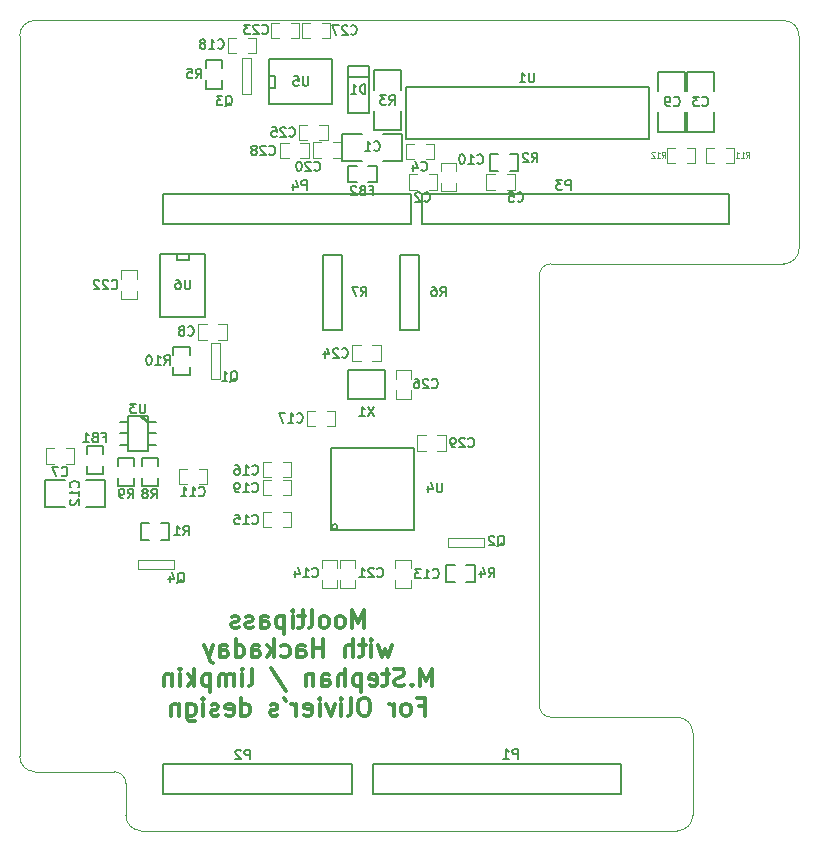
<source format=gbo>
G04 (created by PCBNEW (2013-05-31 BZR 4019)-stable) date 23/02/2014 19:03:20*
%MOIN*%
G04 Gerber Fmt 3.4, Leading zero omitted, Abs format*
%FSLAX34Y34*%
G01*
G70*
G90*
G04 APERTURE LIST*
%ADD10C,0.00590551*%
%ADD11C,0.0147638*%
%ADD12C,0.000393701*%
%ADD13C,0.0047*%
%ADD14C,0.005*%
%ADD15C,0.0045*%
G04 APERTURE END LIST*
G54D10*
G54D11*
X53664Y-47325D02*
X53664Y-46735D01*
X53467Y-47156D01*
X53270Y-46735D01*
X53270Y-47325D01*
X52904Y-47325D02*
X52961Y-47297D01*
X52989Y-47269D01*
X53017Y-47213D01*
X53017Y-47044D01*
X52989Y-46988D01*
X52961Y-46960D01*
X52904Y-46931D01*
X52820Y-46931D01*
X52764Y-46960D01*
X52736Y-46988D01*
X52708Y-47044D01*
X52708Y-47213D01*
X52736Y-47269D01*
X52764Y-47297D01*
X52820Y-47325D01*
X52904Y-47325D01*
X52370Y-47325D02*
X52426Y-47297D01*
X52455Y-47269D01*
X52483Y-47213D01*
X52483Y-47044D01*
X52455Y-46988D01*
X52426Y-46960D01*
X52370Y-46931D01*
X52286Y-46931D01*
X52230Y-46960D01*
X52201Y-46988D01*
X52173Y-47044D01*
X52173Y-47213D01*
X52201Y-47269D01*
X52230Y-47297D01*
X52286Y-47325D01*
X52370Y-47325D01*
X51836Y-47325D02*
X51892Y-47297D01*
X51920Y-47241D01*
X51920Y-46735D01*
X51695Y-46931D02*
X51470Y-46931D01*
X51611Y-46735D02*
X51611Y-47241D01*
X51583Y-47297D01*
X51526Y-47325D01*
X51470Y-47325D01*
X51273Y-47325D02*
X51273Y-46931D01*
X51273Y-46735D02*
X51302Y-46763D01*
X51273Y-46791D01*
X51245Y-46763D01*
X51273Y-46735D01*
X51273Y-46791D01*
X50992Y-46931D02*
X50992Y-47522D01*
X50992Y-46960D02*
X50936Y-46931D01*
X50823Y-46931D01*
X50767Y-46960D01*
X50739Y-46988D01*
X50711Y-47044D01*
X50711Y-47213D01*
X50739Y-47269D01*
X50767Y-47297D01*
X50823Y-47325D01*
X50936Y-47325D01*
X50992Y-47297D01*
X50205Y-47325D02*
X50205Y-47016D01*
X50233Y-46960D01*
X50289Y-46931D01*
X50402Y-46931D01*
X50458Y-46960D01*
X50205Y-47297D02*
X50261Y-47325D01*
X50402Y-47325D01*
X50458Y-47297D01*
X50486Y-47241D01*
X50486Y-47185D01*
X50458Y-47128D01*
X50402Y-47100D01*
X50261Y-47100D01*
X50205Y-47072D01*
X49952Y-47297D02*
X49895Y-47325D01*
X49783Y-47325D01*
X49727Y-47297D01*
X49699Y-47241D01*
X49699Y-47213D01*
X49727Y-47156D01*
X49783Y-47128D01*
X49867Y-47128D01*
X49924Y-47100D01*
X49952Y-47044D01*
X49952Y-47016D01*
X49924Y-46960D01*
X49867Y-46931D01*
X49783Y-46931D01*
X49727Y-46960D01*
X49474Y-47297D02*
X49417Y-47325D01*
X49305Y-47325D01*
X49249Y-47297D01*
X49221Y-47241D01*
X49221Y-47213D01*
X49249Y-47156D01*
X49305Y-47128D01*
X49389Y-47128D01*
X49446Y-47100D01*
X49474Y-47044D01*
X49474Y-47016D01*
X49446Y-46960D01*
X49389Y-46931D01*
X49305Y-46931D01*
X49249Y-46960D01*
X54578Y-47906D02*
X54465Y-48300D01*
X54353Y-48018D01*
X54240Y-48300D01*
X54128Y-47906D01*
X53903Y-48300D02*
X53903Y-47906D01*
X53903Y-47709D02*
X53931Y-47737D01*
X53903Y-47765D01*
X53875Y-47737D01*
X53903Y-47709D01*
X53903Y-47765D01*
X53706Y-47906D02*
X53481Y-47906D01*
X53622Y-47709D02*
X53622Y-48215D01*
X53593Y-48271D01*
X53537Y-48300D01*
X53481Y-48300D01*
X53284Y-48300D02*
X53284Y-47709D01*
X53031Y-48300D02*
X53031Y-47990D01*
X53059Y-47934D01*
X53115Y-47906D01*
X53200Y-47906D01*
X53256Y-47934D01*
X53284Y-47962D01*
X52300Y-48300D02*
X52300Y-47709D01*
X52300Y-47990D02*
X51962Y-47990D01*
X51962Y-48300D02*
X51962Y-47709D01*
X51428Y-48300D02*
X51428Y-47990D01*
X51456Y-47934D01*
X51512Y-47906D01*
X51625Y-47906D01*
X51681Y-47934D01*
X51428Y-48271D02*
X51484Y-48300D01*
X51625Y-48300D01*
X51681Y-48271D01*
X51709Y-48215D01*
X51709Y-48159D01*
X51681Y-48103D01*
X51625Y-48075D01*
X51484Y-48075D01*
X51428Y-48046D01*
X50894Y-48271D02*
X50950Y-48300D01*
X51062Y-48300D01*
X51119Y-48271D01*
X51147Y-48243D01*
X51175Y-48187D01*
X51175Y-48018D01*
X51147Y-47962D01*
X51119Y-47934D01*
X51062Y-47906D01*
X50950Y-47906D01*
X50894Y-47934D01*
X50641Y-48300D02*
X50641Y-47709D01*
X50584Y-48075D02*
X50416Y-48300D01*
X50416Y-47906D02*
X50641Y-48131D01*
X49910Y-48300D02*
X49910Y-47990D01*
X49938Y-47934D01*
X49994Y-47906D01*
X50106Y-47906D01*
X50163Y-47934D01*
X49910Y-48271D02*
X49966Y-48300D01*
X50106Y-48300D01*
X50163Y-48271D01*
X50191Y-48215D01*
X50191Y-48159D01*
X50163Y-48103D01*
X50106Y-48075D01*
X49966Y-48075D01*
X49910Y-48046D01*
X49375Y-48300D02*
X49375Y-47709D01*
X49375Y-48271D02*
X49431Y-48300D01*
X49544Y-48300D01*
X49600Y-48271D01*
X49628Y-48243D01*
X49656Y-48187D01*
X49656Y-48018D01*
X49628Y-47962D01*
X49600Y-47934D01*
X49544Y-47906D01*
X49431Y-47906D01*
X49375Y-47934D01*
X48841Y-48300D02*
X48841Y-47990D01*
X48869Y-47934D01*
X48925Y-47906D01*
X49038Y-47906D01*
X49094Y-47934D01*
X48841Y-48271D02*
X48897Y-48300D01*
X49038Y-48300D01*
X49094Y-48271D01*
X49122Y-48215D01*
X49122Y-48159D01*
X49094Y-48103D01*
X49038Y-48075D01*
X48897Y-48075D01*
X48841Y-48046D01*
X48616Y-47906D02*
X48475Y-48300D01*
X48335Y-47906D02*
X48475Y-48300D01*
X48532Y-48440D01*
X48560Y-48468D01*
X48616Y-48496D01*
X55928Y-49274D02*
X55928Y-48683D01*
X55731Y-49105D01*
X55534Y-48683D01*
X55534Y-49274D01*
X55253Y-49218D02*
X55224Y-49246D01*
X55253Y-49274D01*
X55281Y-49246D01*
X55253Y-49218D01*
X55253Y-49274D01*
X55000Y-49246D02*
X54915Y-49274D01*
X54775Y-49274D01*
X54718Y-49246D01*
X54690Y-49218D01*
X54662Y-49161D01*
X54662Y-49105D01*
X54690Y-49049D01*
X54718Y-49021D01*
X54775Y-48993D01*
X54887Y-48965D01*
X54943Y-48937D01*
X54971Y-48908D01*
X55000Y-48852D01*
X55000Y-48796D01*
X54971Y-48740D01*
X54943Y-48712D01*
X54887Y-48683D01*
X54746Y-48683D01*
X54662Y-48712D01*
X54493Y-48880D02*
X54268Y-48880D01*
X54409Y-48683D02*
X54409Y-49190D01*
X54381Y-49246D01*
X54325Y-49274D01*
X54268Y-49274D01*
X53847Y-49246D02*
X53903Y-49274D01*
X54015Y-49274D01*
X54071Y-49246D01*
X54100Y-49190D01*
X54100Y-48965D01*
X54071Y-48908D01*
X54015Y-48880D01*
X53903Y-48880D01*
X53847Y-48908D01*
X53818Y-48965D01*
X53818Y-49021D01*
X54100Y-49077D01*
X53565Y-48880D02*
X53565Y-49471D01*
X53565Y-48908D02*
X53509Y-48880D01*
X53397Y-48880D01*
X53340Y-48908D01*
X53312Y-48937D01*
X53284Y-48993D01*
X53284Y-49161D01*
X53312Y-49218D01*
X53340Y-49246D01*
X53397Y-49274D01*
X53509Y-49274D01*
X53565Y-49246D01*
X53031Y-49274D02*
X53031Y-48683D01*
X52778Y-49274D02*
X52778Y-48965D01*
X52806Y-48908D01*
X52862Y-48880D01*
X52947Y-48880D01*
X53003Y-48908D01*
X53031Y-48937D01*
X52244Y-49274D02*
X52244Y-48965D01*
X52272Y-48908D01*
X52328Y-48880D01*
X52440Y-48880D01*
X52497Y-48908D01*
X52244Y-49246D02*
X52300Y-49274D01*
X52440Y-49274D01*
X52497Y-49246D01*
X52525Y-49190D01*
X52525Y-49133D01*
X52497Y-49077D01*
X52440Y-49049D01*
X52300Y-49049D01*
X52244Y-49021D01*
X51962Y-48880D02*
X51962Y-49274D01*
X51962Y-48937D02*
X51934Y-48908D01*
X51878Y-48880D01*
X51794Y-48880D01*
X51737Y-48908D01*
X51709Y-48965D01*
X51709Y-49274D01*
X50556Y-48655D02*
X51062Y-49415D01*
X49825Y-49274D02*
X49881Y-49246D01*
X49910Y-49190D01*
X49910Y-48683D01*
X49600Y-49274D02*
X49600Y-48880D01*
X49600Y-48683D02*
X49628Y-48712D01*
X49600Y-48740D01*
X49572Y-48712D01*
X49600Y-48683D01*
X49600Y-48740D01*
X49319Y-49274D02*
X49319Y-48880D01*
X49319Y-48937D02*
X49291Y-48908D01*
X49235Y-48880D01*
X49150Y-48880D01*
X49094Y-48908D01*
X49066Y-48965D01*
X49066Y-49274D01*
X49066Y-48965D02*
X49038Y-48908D01*
X48982Y-48880D01*
X48897Y-48880D01*
X48841Y-48908D01*
X48813Y-48965D01*
X48813Y-49274D01*
X48532Y-48880D02*
X48532Y-49471D01*
X48532Y-48908D02*
X48475Y-48880D01*
X48363Y-48880D01*
X48307Y-48908D01*
X48278Y-48937D01*
X48250Y-48993D01*
X48250Y-49161D01*
X48278Y-49218D01*
X48307Y-49246D01*
X48363Y-49274D01*
X48475Y-49274D01*
X48532Y-49246D01*
X47997Y-49274D02*
X47997Y-48683D01*
X47941Y-49049D02*
X47772Y-49274D01*
X47772Y-48880D02*
X47997Y-49105D01*
X47519Y-49274D02*
X47519Y-48880D01*
X47519Y-48683D02*
X47547Y-48712D01*
X47519Y-48740D01*
X47491Y-48712D01*
X47519Y-48683D01*
X47519Y-48740D01*
X47238Y-48880D02*
X47238Y-49274D01*
X47238Y-48937D02*
X47210Y-48908D01*
X47154Y-48880D01*
X47069Y-48880D01*
X47013Y-48908D01*
X46985Y-48965D01*
X46985Y-49274D01*
X55492Y-49939D02*
X55688Y-49939D01*
X55688Y-50248D02*
X55688Y-49658D01*
X55407Y-49658D01*
X55098Y-50248D02*
X55154Y-50220D01*
X55182Y-50192D01*
X55210Y-50136D01*
X55210Y-49967D01*
X55182Y-49911D01*
X55154Y-49883D01*
X55098Y-49855D01*
X55014Y-49855D01*
X54957Y-49883D01*
X54929Y-49911D01*
X54901Y-49967D01*
X54901Y-50136D01*
X54929Y-50192D01*
X54957Y-50220D01*
X55014Y-50248D01*
X55098Y-50248D01*
X54648Y-50248D02*
X54648Y-49855D01*
X54648Y-49967D02*
X54620Y-49911D01*
X54592Y-49883D01*
X54535Y-49855D01*
X54479Y-49855D01*
X53720Y-49658D02*
X53607Y-49658D01*
X53551Y-49686D01*
X53495Y-49742D01*
X53467Y-49855D01*
X53467Y-50052D01*
X53495Y-50164D01*
X53551Y-50220D01*
X53607Y-50248D01*
X53720Y-50248D01*
X53776Y-50220D01*
X53832Y-50164D01*
X53861Y-50052D01*
X53861Y-49855D01*
X53832Y-49742D01*
X53776Y-49686D01*
X53720Y-49658D01*
X53129Y-50248D02*
X53186Y-50220D01*
X53214Y-50164D01*
X53214Y-49658D01*
X52904Y-50248D02*
X52904Y-49855D01*
X52904Y-49658D02*
X52933Y-49686D01*
X52904Y-49714D01*
X52876Y-49686D01*
X52904Y-49658D01*
X52904Y-49714D01*
X52679Y-49855D02*
X52539Y-50248D01*
X52398Y-49855D01*
X52173Y-50248D02*
X52173Y-49855D01*
X52173Y-49658D02*
X52201Y-49686D01*
X52173Y-49714D01*
X52145Y-49686D01*
X52173Y-49658D01*
X52173Y-49714D01*
X51667Y-50220D02*
X51723Y-50248D01*
X51836Y-50248D01*
X51892Y-50220D01*
X51920Y-50164D01*
X51920Y-49939D01*
X51892Y-49883D01*
X51836Y-49855D01*
X51723Y-49855D01*
X51667Y-49883D01*
X51639Y-49939D01*
X51639Y-49995D01*
X51920Y-50052D01*
X51386Y-50248D02*
X51386Y-49855D01*
X51386Y-49967D02*
X51358Y-49911D01*
X51330Y-49883D01*
X51273Y-49855D01*
X51217Y-49855D01*
X50992Y-49658D02*
X51048Y-49770D01*
X50767Y-50220D02*
X50711Y-50248D01*
X50598Y-50248D01*
X50542Y-50220D01*
X50514Y-50164D01*
X50514Y-50136D01*
X50542Y-50080D01*
X50598Y-50052D01*
X50683Y-50052D01*
X50739Y-50023D01*
X50767Y-49967D01*
X50767Y-49939D01*
X50739Y-49883D01*
X50683Y-49855D01*
X50598Y-49855D01*
X50542Y-49883D01*
X49558Y-50248D02*
X49558Y-49658D01*
X49558Y-50220D02*
X49614Y-50248D01*
X49727Y-50248D01*
X49783Y-50220D01*
X49811Y-50192D01*
X49839Y-50136D01*
X49839Y-49967D01*
X49811Y-49911D01*
X49783Y-49883D01*
X49727Y-49855D01*
X49614Y-49855D01*
X49558Y-49883D01*
X49052Y-50220D02*
X49108Y-50248D01*
X49221Y-50248D01*
X49277Y-50220D01*
X49305Y-50164D01*
X49305Y-49939D01*
X49277Y-49883D01*
X49221Y-49855D01*
X49108Y-49855D01*
X49052Y-49883D01*
X49024Y-49939D01*
X49024Y-49995D01*
X49305Y-50052D01*
X48799Y-50220D02*
X48742Y-50248D01*
X48630Y-50248D01*
X48574Y-50220D01*
X48546Y-50164D01*
X48546Y-50136D01*
X48574Y-50080D01*
X48630Y-50052D01*
X48714Y-50052D01*
X48771Y-50023D01*
X48799Y-49967D01*
X48799Y-49939D01*
X48771Y-49883D01*
X48714Y-49855D01*
X48630Y-49855D01*
X48574Y-49883D01*
X48293Y-50248D02*
X48293Y-49855D01*
X48293Y-49658D02*
X48321Y-49686D01*
X48293Y-49714D01*
X48264Y-49686D01*
X48293Y-49658D01*
X48293Y-49714D01*
X47758Y-49855D02*
X47758Y-50333D01*
X47786Y-50389D01*
X47814Y-50417D01*
X47871Y-50445D01*
X47955Y-50445D01*
X48011Y-50417D01*
X47758Y-50220D02*
X47814Y-50248D01*
X47927Y-50248D01*
X47983Y-50220D01*
X48011Y-50192D01*
X48039Y-50136D01*
X48039Y-49967D01*
X48011Y-49911D01*
X47983Y-49883D01*
X47927Y-49855D01*
X47814Y-49855D01*
X47758Y-49883D01*
X47477Y-49855D02*
X47477Y-50248D01*
X47477Y-49911D02*
X47449Y-49883D01*
X47393Y-49855D01*
X47308Y-49855D01*
X47252Y-49883D01*
X47224Y-49939D01*
X47224Y-50248D01*
G54D12*
X42173Y-51606D02*
X42173Y-27590D01*
X42173Y-27590D02*
G75*
G02X42685Y-27078I511J0D01*
G74*
G01*
X45716Y-52511D02*
X45716Y-53574D01*
X42685Y-52118D02*
X45322Y-52118D01*
X67645Y-27078D02*
X42685Y-27078D01*
X68157Y-34677D02*
X68157Y-27590D01*
X59889Y-35188D02*
X67645Y-35188D01*
X59496Y-49913D02*
X59496Y-35582D01*
X64102Y-50307D02*
X59889Y-50307D01*
X64614Y-53574D02*
X64614Y-50818D01*
X46228Y-54086D02*
X64102Y-54086D01*
X45322Y-52118D02*
G75*
G02X45716Y-52511I0J-393D01*
G74*
G01*
X42685Y-52118D02*
G75*
G02X42173Y-51606I0J511D01*
G74*
G01*
X67645Y-27078D02*
G75*
G02X68157Y-27590I0J-511D01*
G74*
G01*
X68157Y-34678D02*
G75*
G02X67645Y-35188I-511J0D01*
G74*
G01*
X59496Y-35581D02*
G75*
G02X59889Y-35188I393J0D01*
G74*
G01*
X59889Y-50307D02*
G75*
G02X59496Y-49913I0J393D01*
G74*
G01*
X64103Y-50307D02*
G75*
G02X64614Y-50818I0J-511D01*
G74*
G01*
X64614Y-53575D02*
G75*
G02X64102Y-54086I-511J0D01*
G74*
G01*
X46227Y-54086D02*
G75*
G02X45716Y-53574I0J511D01*
G74*
G01*
G54D10*
X55236Y-32877D02*
X46968Y-32877D01*
X46968Y-32877D02*
X46968Y-33862D01*
X46968Y-33862D02*
X55236Y-33862D01*
X55236Y-33862D02*
X55236Y-32877D01*
X53251Y-51877D02*
X46952Y-51877D01*
X46952Y-51877D02*
X46952Y-52862D01*
X46952Y-52862D02*
X53251Y-52862D01*
X53251Y-52862D02*
X53251Y-51877D01*
X65820Y-32877D02*
X55584Y-32877D01*
X55584Y-32877D02*
X55584Y-33862D01*
X55584Y-33862D02*
X65820Y-33862D01*
X65820Y-33862D02*
X65820Y-32877D01*
X62236Y-51877D02*
X53968Y-51877D01*
X53968Y-51877D02*
X53968Y-52862D01*
X53968Y-52862D02*
X62236Y-52862D01*
X62236Y-52862D02*
X62236Y-51877D01*
X55047Y-29283D02*
X55047Y-31015D01*
X55047Y-31015D02*
X63157Y-31015D01*
X63157Y-31015D02*
X63157Y-29283D01*
X63157Y-29283D02*
X55047Y-29283D01*
G54D13*
X47312Y-45066D02*
X46112Y-45066D01*
X46112Y-45066D02*
X46112Y-45366D01*
X46112Y-45366D02*
X47312Y-45366D01*
X47312Y-45366D02*
X47312Y-45066D01*
G54D10*
X52765Y-43956D02*
G75*
G03X52765Y-43956I-88J0D01*
G74*
G01*
X52559Y-44074D02*
X55314Y-44074D01*
X55314Y-44074D02*
X55314Y-41318D01*
X55314Y-41318D02*
X52559Y-41318D01*
X52559Y-41318D02*
X52559Y-44074D01*
X52913Y-34881D02*
X52913Y-37401D01*
X52913Y-37401D02*
X52283Y-37401D01*
X52283Y-37401D02*
X52283Y-34881D01*
X52283Y-34881D02*
X52913Y-34881D01*
X54862Y-37401D02*
X54862Y-34881D01*
X54862Y-34881D02*
X55492Y-34881D01*
X55492Y-34881D02*
X55492Y-37401D01*
X55492Y-37401D02*
X54862Y-37401D01*
G54D13*
X47755Y-42539D02*
X47480Y-42539D01*
X48149Y-42539D02*
X48424Y-42539D01*
X47755Y-42027D02*
X47480Y-42027D01*
X48424Y-42027D02*
X48149Y-42027D01*
X47480Y-42033D02*
X47480Y-42533D01*
X48424Y-42533D02*
X48424Y-42033D01*
X53937Y-37913D02*
X54212Y-37913D01*
X53543Y-37913D02*
X53268Y-37913D01*
X53937Y-38425D02*
X54212Y-38425D01*
X53268Y-38425D02*
X53543Y-38425D01*
X54212Y-38419D02*
X54212Y-37919D01*
X53268Y-37919D02*
X53268Y-38419D01*
X54724Y-39015D02*
X54724Y-38740D01*
X54724Y-39409D02*
X54724Y-39684D01*
X55236Y-39015D02*
X55236Y-38740D01*
X55236Y-39684D02*
X55236Y-39409D01*
X55230Y-38740D02*
X54730Y-38740D01*
X54730Y-39684D02*
X55230Y-39684D01*
X45570Y-35688D02*
X45570Y-35413D01*
X45570Y-36082D02*
X45570Y-36357D01*
X46082Y-35688D02*
X46082Y-35413D01*
X46082Y-36357D02*
X46082Y-36082D01*
X46076Y-35413D02*
X45576Y-35413D01*
X45576Y-36357D02*
X46076Y-36357D01*
X50551Y-42303D02*
X50276Y-42303D01*
X50945Y-42303D02*
X51220Y-42303D01*
X50551Y-41791D02*
X50276Y-41791D01*
X51220Y-41791D02*
X50945Y-41791D01*
X50276Y-41797D02*
X50276Y-42297D01*
X51220Y-42297D02*
X51220Y-41797D01*
X52756Y-45728D02*
X52756Y-46003D01*
X52756Y-45334D02*
X52756Y-45059D01*
X52244Y-45728D02*
X52244Y-46003D01*
X52244Y-45059D02*
X52244Y-45334D01*
X52250Y-46003D02*
X52750Y-46003D01*
X52750Y-45059D02*
X52250Y-45059D01*
X55334Y-31693D02*
X55059Y-31693D01*
X55728Y-31693D02*
X56003Y-31693D01*
X55334Y-31181D02*
X55059Y-31181D01*
X56003Y-31181D02*
X55728Y-31181D01*
X55059Y-31187D02*
X55059Y-31687D01*
X56003Y-31687D02*
X56003Y-31187D01*
X48799Y-37204D02*
X49074Y-37204D01*
X48405Y-37204D02*
X48130Y-37204D01*
X48799Y-37716D02*
X49074Y-37716D01*
X48130Y-37716D02*
X48405Y-37716D01*
X49074Y-37710D02*
X49074Y-37210D01*
X48130Y-37210D02*
X48130Y-37710D01*
X55413Y-32716D02*
X55138Y-32716D01*
X55807Y-32716D02*
X56082Y-32716D01*
X55413Y-32204D02*
X55138Y-32204D01*
X56082Y-32204D02*
X55807Y-32204D01*
X55138Y-32210D02*
X55138Y-32710D01*
X56082Y-32710D02*
X56082Y-32210D01*
X58405Y-32204D02*
X58680Y-32204D01*
X58011Y-32204D02*
X57736Y-32204D01*
X58405Y-32716D02*
X58680Y-32716D01*
X57736Y-32716D02*
X58011Y-32716D01*
X58680Y-32710D02*
X58680Y-32210D01*
X57736Y-32210D02*
X57736Y-32710D01*
X56732Y-32500D02*
X56732Y-32775D01*
X56732Y-32106D02*
X56732Y-31831D01*
X56220Y-32500D02*
X56220Y-32775D01*
X56220Y-31831D02*
X56220Y-32106D01*
X56226Y-32775D02*
X56726Y-32775D01*
X56726Y-31831D02*
X56226Y-31831D01*
X50551Y-43976D02*
X50276Y-43976D01*
X50945Y-43976D02*
X51220Y-43976D01*
X50551Y-43464D02*
X50276Y-43464D01*
X51220Y-43464D02*
X50945Y-43464D01*
X50276Y-43470D02*
X50276Y-43970D01*
X51220Y-43970D02*
X51220Y-43470D01*
X53366Y-45728D02*
X53366Y-46003D01*
X53366Y-45334D02*
X53366Y-45059D01*
X52854Y-45728D02*
X52854Y-46003D01*
X52854Y-45059D02*
X52854Y-45334D01*
X52860Y-46003D02*
X53360Y-46003D01*
X53360Y-45059D02*
X52860Y-45059D01*
X52618Y-31141D02*
X52893Y-31141D01*
X52224Y-31141D02*
X51949Y-31141D01*
X52618Y-31653D02*
X52893Y-31653D01*
X51949Y-31653D02*
X52224Y-31653D01*
X52893Y-31647D02*
X52893Y-31147D01*
X51949Y-31147D02*
X51949Y-31647D01*
X51220Y-27165D02*
X51495Y-27165D01*
X50826Y-27165D02*
X50551Y-27165D01*
X51220Y-27677D02*
X51495Y-27677D01*
X50551Y-27677D02*
X50826Y-27677D01*
X51495Y-27671D02*
X51495Y-27171D01*
X50551Y-27171D02*
X50551Y-27671D01*
X51850Y-27677D02*
X51575Y-27677D01*
X52244Y-27677D02*
X52519Y-27677D01*
X51850Y-27165D02*
X51575Y-27165D01*
X52519Y-27165D02*
X52244Y-27165D01*
X51575Y-27171D02*
X51575Y-27671D01*
X52519Y-27671D02*
X52519Y-27171D01*
X51141Y-31673D02*
X50866Y-31673D01*
X51535Y-31673D02*
X51810Y-31673D01*
X51141Y-31161D02*
X50866Y-31161D01*
X51810Y-31161D02*
X51535Y-31161D01*
X50866Y-31167D02*
X50866Y-31667D01*
X51810Y-31667D02*
X51810Y-31167D01*
X51771Y-31063D02*
X51496Y-31063D01*
X52165Y-31063D02*
X52440Y-31063D01*
X51771Y-30551D02*
X51496Y-30551D01*
X52440Y-30551D02*
X52165Y-30551D01*
X51496Y-30557D02*
X51496Y-31057D01*
X52440Y-31057D02*
X52440Y-30557D01*
X50551Y-42913D02*
X50276Y-42913D01*
X50945Y-42913D02*
X51220Y-42913D01*
X50551Y-42401D02*
X50276Y-42401D01*
X51220Y-42401D02*
X50945Y-42401D01*
X50276Y-42407D02*
X50276Y-42907D01*
X51220Y-42907D02*
X51220Y-42407D01*
X49783Y-27657D02*
X50058Y-27657D01*
X49389Y-27657D02*
X49114Y-27657D01*
X49783Y-28169D02*
X50058Y-28169D01*
X49114Y-28169D02*
X49389Y-28169D01*
X50058Y-28163D02*
X50058Y-27663D01*
X49114Y-27663D02*
X49114Y-28163D01*
X52027Y-40610D02*
X51752Y-40610D01*
X52421Y-40610D02*
X52696Y-40610D01*
X52027Y-40098D02*
X51752Y-40098D01*
X52696Y-40098D02*
X52421Y-40098D01*
X51752Y-40104D02*
X51752Y-40604D01*
X52696Y-40604D02*
X52696Y-40104D01*
X43326Y-41850D02*
X43051Y-41850D01*
X43720Y-41850D02*
X43995Y-41850D01*
X43326Y-41338D02*
X43051Y-41338D01*
X43995Y-41338D02*
X43720Y-41338D01*
X43051Y-41344D02*
X43051Y-41844D01*
X43995Y-41844D02*
X43995Y-41344D01*
X55708Y-41417D02*
X55433Y-41417D01*
X56102Y-41417D02*
X56377Y-41417D01*
X55708Y-40905D02*
X55433Y-40905D01*
X56377Y-40905D02*
X56102Y-40905D01*
X55433Y-40911D02*
X55433Y-41411D01*
X56377Y-41411D02*
X56377Y-40911D01*
X55216Y-45728D02*
X55216Y-46003D01*
X55216Y-45334D02*
X55216Y-45059D01*
X54704Y-45728D02*
X54704Y-46003D01*
X54704Y-45059D02*
X54704Y-45334D01*
X54710Y-46003D02*
X55210Y-46003D01*
X55210Y-45059D02*
X54710Y-45059D01*
G54D14*
X47853Y-38622D02*
X47853Y-38900D01*
X47853Y-38900D02*
X47303Y-38900D01*
X47303Y-38900D02*
X47303Y-38622D01*
X47853Y-37950D02*
X47853Y-38228D01*
X47853Y-37950D02*
X47303Y-37950D01*
X47303Y-37950D02*
X47303Y-38228D01*
X56673Y-45786D02*
X56395Y-45786D01*
X56395Y-45786D02*
X56395Y-45236D01*
X56395Y-45236D02*
X56673Y-45236D01*
X57345Y-45786D02*
X57067Y-45786D01*
X57345Y-45786D02*
X57345Y-45236D01*
X57345Y-45236D02*
X57067Y-45236D01*
X58129Y-32086D02*
X57851Y-32086D01*
X57851Y-32086D02*
X57851Y-31536D01*
X57851Y-31536D02*
X58129Y-31536D01*
X58801Y-32086D02*
X58523Y-32086D01*
X58801Y-32086D02*
X58801Y-31536D01*
X58801Y-31536D02*
X58523Y-31536D01*
X44410Y-41535D02*
X44410Y-41257D01*
X44410Y-41257D02*
X44960Y-41257D01*
X44960Y-41257D02*
X44960Y-41535D01*
X44410Y-42207D02*
X44410Y-41929D01*
X44410Y-42207D02*
X44960Y-42207D01*
X44960Y-42207D02*
X44960Y-41929D01*
X53799Y-31929D02*
X54077Y-31929D01*
X54077Y-31929D02*
X54077Y-32479D01*
X54077Y-32479D02*
X53799Y-32479D01*
X53127Y-31929D02*
X53405Y-31929D01*
X53127Y-31929D02*
X53127Y-32479D01*
X53127Y-32479D02*
X53405Y-32479D01*
X48936Y-29074D02*
X48936Y-29352D01*
X48936Y-29352D02*
X48386Y-29352D01*
X48386Y-29352D02*
X48386Y-29074D01*
X48936Y-28402D02*
X48936Y-28680D01*
X48936Y-28402D02*
X48386Y-28402D01*
X48386Y-28402D02*
X48386Y-28680D01*
X45453Y-41928D02*
X45453Y-41650D01*
X45453Y-41650D02*
X46003Y-41650D01*
X46003Y-41650D02*
X46003Y-41928D01*
X45453Y-42600D02*
X45453Y-42322D01*
X45453Y-42600D02*
X46003Y-42600D01*
X46003Y-42600D02*
X46003Y-42322D01*
X46240Y-41928D02*
X46240Y-41650D01*
X46240Y-41650D02*
X46790Y-41650D01*
X46790Y-41650D02*
X46790Y-41928D01*
X46240Y-42600D02*
X46240Y-42322D01*
X46240Y-42600D02*
X46790Y-42600D01*
X46790Y-42600D02*
X46790Y-42322D01*
X54937Y-30849D02*
X54937Y-31749D01*
X54937Y-31749D02*
X54287Y-31749D01*
X53587Y-30849D02*
X52937Y-30849D01*
X52937Y-30849D02*
X52937Y-31749D01*
X52937Y-31749D02*
X53587Y-31749D01*
X54287Y-30849D02*
X54937Y-30849D01*
X53979Y-28744D02*
X54879Y-28744D01*
X54879Y-28744D02*
X54879Y-29394D01*
X53979Y-30094D02*
X53979Y-30744D01*
X53979Y-30744D02*
X54879Y-30744D01*
X54879Y-30744D02*
X54879Y-30094D01*
X53979Y-29394D02*
X53979Y-28744D01*
X45035Y-42384D02*
X45035Y-43284D01*
X45035Y-43284D02*
X44385Y-43284D01*
X43685Y-42384D02*
X43035Y-42384D01*
X43035Y-42384D02*
X43035Y-43284D01*
X43035Y-43284D02*
X43685Y-43284D01*
X44385Y-42384D02*
X45035Y-42384D01*
X64431Y-28783D02*
X65331Y-28783D01*
X65331Y-28783D02*
X65331Y-29433D01*
X64431Y-30133D02*
X64431Y-30783D01*
X64431Y-30783D02*
X65331Y-30783D01*
X65331Y-30783D02*
X65331Y-30133D01*
X64431Y-29433D02*
X64431Y-28783D01*
X63447Y-28783D02*
X64347Y-28783D01*
X64347Y-28783D02*
X64347Y-29433D01*
X63447Y-30133D02*
X63447Y-30783D01*
X63447Y-30783D02*
X64347Y-30783D01*
X64347Y-30783D02*
X64347Y-30133D01*
X63447Y-29433D02*
X63447Y-28783D01*
X50485Y-28414D02*
X50485Y-28364D01*
X50485Y-28364D02*
X52585Y-28364D01*
X52585Y-29864D02*
X50485Y-29864D01*
X50485Y-29864D02*
X50485Y-28414D01*
X50485Y-29314D02*
X50685Y-29314D01*
X50685Y-29314D02*
X50685Y-28914D01*
X50685Y-28914D02*
X50485Y-28914D01*
X52585Y-29864D02*
X52585Y-28364D01*
X48318Y-34855D02*
X48368Y-34855D01*
X48368Y-34855D02*
X48368Y-36955D01*
X46868Y-36955D02*
X46868Y-34855D01*
X46868Y-34855D02*
X48318Y-34855D01*
X47418Y-34855D02*
X47418Y-35055D01*
X47418Y-35055D02*
X47818Y-35055D01*
X47818Y-35055D02*
X47818Y-34855D01*
X46868Y-36955D02*
X48368Y-36955D01*
G54D10*
X53818Y-28976D02*
X53110Y-28976D01*
X53818Y-30157D02*
X53110Y-30157D01*
X53110Y-30157D02*
X53110Y-28582D01*
X53110Y-28582D02*
X53818Y-28582D01*
X53818Y-28582D02*
X53818Y-30157D01*
G54D13*
X48570Y-37825D02*
X48570Y-39025D01*
X48570Y-39025D02*
X48870Y-39025D01*
X48870Y-39025D02*
X48870Y-37825D01*
X48870Y-37825D02*
X48570Y-37825D01*
X57666Y-44318D02*
X56466Y-44318D01*
X56466Y-44318D02*
X56466Y-44618D01*
X56466Y-44618D02*
X57666Y-44618D01*
X57666Y-44618D02*
X57666Y-44318D01*
X49574Y-28317D02*
X49574Y-29517D01*
X49574Y-29517D02*
X49874Y-29517D01*
X49874Y-29517D02*
X49874Y-28317D01*
X49874Y-28317D02*
X49574Y-28317D01*
G54D14*
X46457Y-41437D02*
X46457Y-40255D01*
X46457Y-40255D02*
X45787Y-40255D01*
X45787Y-40255D02*
X45787Y-41437D01*
X45787Y-41437D02*
X46457Y-41437D01*
X46456Y-40511D02*
X46201Y-40256D01*
X46456Y-40451D02*
X46261Y-40256D01*
X45784Y-40846D02*
X45524Y-40846D01*
X45784Y-41221D02*
X45524Y-41221D01*
X45784Y-40471D02*
X45524Y-40471D01*
X46460Y-40846D02*
X46720Y-40846D01*
X46460Y-41221D02*
X46720Y-41221D01*
X46460Y-40471D02*
X46720Y-40471D01*
G54D10*
X53110Y-39704D02*
X54370Y-39704D01*
X54370Y-39704D02*
X54370Y-38720D01*
X54370Y-38720D02*
X53110Y-38720D01*
X53110Y-38720D02*
X53110Y-39704D01*
G54D14*
X46495Y-44389D02*
X46217Y-44389D01*
X46217Y-44389D02*
X46217Y-43839D01*
X46217Y-43839D02*
X46495Y-43839D01*
X47167Y-44389D02*
X46889Y-44389D01*
X47167Y-44389D02*
X47167Y-43839D01*
X47167Y-43839D02*
X46889Y-43839D01*
G54D13*
X64035Y-31830D02*
X63760Y-31830D01*
X64429Y-31830D02*
X64704Y-31830D01*
X64035Y-31318D02*
X63760Y-31318D01*
X64704Y-31318D02*
X64429Y-31318D01*
X63760Y-31324D02*
X63760Y-31824D01*
X64704Y-31824D02*
X64704Y-31324D01*
X65708Y-31318D02*
X65983Y-31318D01*
X65314Y-31318D02*
X65039Y-31318D01*
X65708Y-31830D02*
X65983Y-31830D01*
X65039Y-31830D02*
X65314Y-31830D01*
X65983Y-31824D02*
X65983Y-31324D01*
X65039Y-31324D02*
X65039Y-31824D01*
G54D10*
X51748Y-32725D02*
X51748Y-32410D01*
X51628Y-32410D01*
X51598Y-32425D01*
X51583Y-32440D01*
X51568Y-32470D01*
X51568Y-32515D01*
X51583Y-32545D01*
X51598Y-32560D01*
X51628Y-32575D01*
X51748Y-32575D01*
X51298Y-32515D02*
X51298Y-32725D01*
X51373Y-32395D02*
X51448Y-32620D01*
X51253Y-32620D01*
X49838Y-51702D02*
X49838Y-51387D01*
X49718Y-51387D01*
X49688Y-51402D01*
X49673Y-51417D01*
X49658Y-51447D01*
X49658Y-51492D01*
X49673Y-51522D01*
X49688Y-51537D01*
X49718Y-51552D01*
X49838Y-51552D01*
X49538Y-51417D02*
X49523Y-51402D01*
X49493Y-51387D01*
X49418Y-51387D01*
X49388Y-51402D01*
X49373Y-51417D01*
X49358Y-51447D01*
X49358Y-51477D01*
X49373Y-51522D01*
X49553Y-51702D01*
X49358Y-51702D01*
X60547Y-32725D02*
X60547Y-32410D01*
X60427Y-32410D01*
X60397Y-32425D01*
X60382Y-32440D01*
X60367Y-32470D01*
X60367Y-32515D01*
X60382Y-32545D01*
X60397Y-32560D01*
X60427Y-32575D01*
X60547Y-32575D01*
X60262Y-32410D02*
X60067Y-32410D01*
X60172Y-32530D01*
X60127Y-32530D01*
X60097Y-32545D01*
X60082Y-32560D01*
X60067Y-32590D01*
X60067Y-32665D01*
X60082Y-32695D01*
X60097Y-32710D01*
X60127Y-32725D01*
X60217Y-32725D01*
X60247Y-32710D01*
X60262Y-32695D01*
X58775Y-51682D02*
X58775Y-51367D01*
X58655Y-51367D01*
X58625Y-51382D01*
X58610Y-51397D01*
X58595Y-51427D01*
X58595Y-51472D01*
X58610Y-51502D01*
X58625Y-51517D01*
X58655Y-51532D01*
X58775Y-51532D01*
X58295Y-51682D02*
X58475Y-51682D01*
X58385Y-51682D02*
X58385Y-51367D01*
X58415Y-51412D01*
X58445Y-51442D01*
X58475Y-51457D01*
X59334Y-28828D02*
X59334Y-29083D01*
X59319Y-29113D01*
X59304Y-29128D01*
X59274Y-29143D01*
X59214Y-29143D01*
X59184Y-29128D01*
X59169Y-29113D01*
X59154Y-29083D01*
X59154Y-28828D01*
X58839Y-29143D02*
X59019Y-29143D01*
X58929Y-29143D02*
X58929Y-28828D01*
X58959Y-28873D01*
X58989Y-28903D01*
X59019Y-28918D01*
X47431Y-45826D02*
X47461Y-45811D01*
X47491Y-45781D01*
X47536Y-45736D01*
X47566Y-45721D01*
X47596Y-45721D01*
X47581Y-45796D02*
X47611Y-45781D01*
X47641Y-45751D01*
X47656Y-45691D01*
X47656Y-45586D01*
X47641Y-45526D01*
X47611Y-45496D01*
X47581Y-45481D01*
X47521Y-45481D01*
X47491Y-45496D01*
X47461Y-45526D01*
X47446Y-45586D01*
X47446Y-45691D01*
X47461Y-45751D01*
X47491Y-45781D01*
X47521Y-45796D01*
X47581Y-45796D01*
X47176Y-45586D02*
X47176Y-45796D01*
X47251Y-45466D02*
X47326Y-45691D01*
X47131Y-45691D01*
X56263Y-42489D02*
X56263Y-42744D01*
X56248Y-42774D01*
X56233Y-42789D01*
X56203Y-42804D01*
X56143Y-42804D01*
X56113Y-42789D01*
X56098Y-42774D01*
X56083Y-42744D01*
X56083Y-42489D01*
X55798Y-42594D02*
X55798Y-42804D01*
X55873Y-42474D02*
X55948Y-42699D01*
X55753Y-42699D01*
X53556Y-36269D02*
X53661Y-36119D01*
X53736Y-36269D02*
X53736Y-35954D01*
X53616Y-35954D01*
X53586Y-35969D01*
X53571Y-35984D01*
X53556Y-36014D01*
X53556Y-36059D01*
X53571Y-36089D01*
X53586Y-36104D01*
X53616Y-36119D01*
X53736Y-36119D01*
X53451Y-35954D02*
X53241Y-35954D01*
X53376Y-36269D01*
X56194Y-36269D02*
X56299Y-36119D01*
X56374Y-36269D02*
X56374Y-35954D01*
X56254Y-35954D01*
X56224Y-35969D01*
X56209Y-35984D01*
X56194Y-36014D01*
X56194Y-36059D01*
X56209Y-36089D01*
X56224Y-36104D01*
X56254Y-36119D01*
X56374Y-36119D01*
X55924Y-35954D02*
X55984Y-35954D01*
X56014Y-35969D01*
X56029Y-35984D01*
X56059Y-36029D01*
X56074Y-36089D01*
X56074Y-36209D01*
X56059Y-36239D01*
X56044Y-36254D01*
X56014Y-36269D01*
X55954Y-36269D01*
X55924Y-36254D01*
X55909Y-36239D01*
X55894Y-36209D01*
X55894Y-36134D01*
X55909Y-36104D01*
X55924Y-36089D01*
X55954Y-36074D01*
X56014Y-36074D01*
X56044Y-36089D01*
X56059Y-36104D01*
X56074Y-36134D01*
X48155Y-42912D02*
X48170Y-42927D01*
X48215Y-42942D01*
X48245Y-42942D01*
X48290Y-42927D01*
X48320Y-42897D01*
X48335Y-42867D01*
X48350Y-42807D01*
X48350Y-42762D01*
X48335Y-42702D01*
X48320Y-42672D01*
X48290Y-42642D01*
X48245Y-42627D01*
X48215Y-42627D01*
X48170Y-42642D01*
X48155Y-42657D01*
X47855Y-42942D02*
X48035Y-42942D01*
X47945Y-42942D02*
X47945Y-42627D01*
X47975Y-42672D01*
X48005Y-42702D01*
X48035Y-42717D01*
X47555Y-42942D02*
X47735Y-42942D01*
X47645Y-42942D02*
X47645Y-42627D01*
X47675Y-42672D01*
X47705Y-42702D01*
X47735Y-42717D01*
X52919Y-38286D02*
X52934Y-38301D01*
X52979Y-38316D01*
X53008Y-38316D01*
X53053Y-38301D01*
X53083Y-38271D01*
X53098Y-38241D01*
X53113Y-38181D01*
X53113Y-38136D01*
X53098Y-38076D01*
X53083Y-38046D01*
X53053Y-38016D01*
X53008Y-38001D01*
X52979Y-38001D01*
X52934Y-38016D01*
X52919Y-38031D01*
X52799Y-38031D02*
X52784Y-38016D01*
X52754Y-38001D01*
X52679Y-38001D01*
X52649Y-38016D01*
X52634Y-38031D01*
X52619Y-38061D01*
X52619Y-38091D01*
X52634Y-38136D01*
X52814Y-38316D01*
X52619Y-38316D01*
X52349Y-38106D02*
X52349Y-38316D01*
X52424Y-37986D02*
X52499Y-38211D01*
X52304Y-38211D01*
X55911Y-39310D02*
X55926Y-39325D01*
X55971Y-39340D01*
X56001Y-39340D01*
X56046Y-39325D01*
X56076Y-39295D01*
X56091Y-39265D01*
X56106Y-39205D01*
X56106Y-39160D01*
X56091Y-39100D01*
X56076Y-39070D01*
X56046Y-39040D01*
X56001Y-39025D01*
X55971Y-39025D01*
X55926Y-39040D01*
X55911Y-39055D01*
X55791Y-39055D02*
X55776Y-39040D01*
X55746Y-39025D01*
X55671Y-39025D01*
X55641Y-39040D01*
X55626Y-39055D01*
X55611Y-39085D01*
X55611Y-39115D01*
X55626Y-39160D01*
X55806Y-39340D01*
X55611Y-39340D01*
X55341Y-39025D02*
X55401Y-39025D01*
X55431Y-39040D01*
X55446Y-39055D01*
X55476Y-39100D01*
X55491Y-39160D01*
X55491Y-39280D01*
X55476Y-39310D01*
X55461Y-39325D01*
X55431Y-39340D01*
X55371Y-39340D01*
X55341Y-39325D01*
X55326Y-39310D01*
X55311Y-39280D01*
X55311Y-39205D01*
X55326Y-39175D01*
X55341Y-39160D01*
X55371Y-39145D01*
X55431Y-39145D01*
X55461Y-39160D01*
X55476Y-39175D01*
X55491Y-39205D01*
X45241Y-36002D02*
X45256Y-36017D01*
X45301Y-36032D01*
X45331Y-36032D01*
X45376Y-36017D01*
X45406Y-35988D01*
X45421Y-35958D01*
X45436Y-35898D01*
X45436Y-35853D01*
X45421Y-35793D01*
X45406Y-35763D01*
X45376Y-35733D01*
X45331Y-35718D01*
X45301Y-35718D01*
X45256Y-35733D01*
X45241Y-35748D01*
X45121Y-35748D02*
X45106Y-35733D01*
X45076Y-35718D01*
X45001Y-35718D01*
X44971Y-35733D01*
X44956Y-35748D01*
X44941Y-35778D01*
X44941Y-35808D01*
X44956Y-35853D01*
X45136Y-36032D01*
X44941Y-36032D01*
X44821Y-35748D02*
X44806Y-35733D01*
X44776Y-35718D01*
X44701Y-35718D01*
X44671Y-35733D01*
X44656Y-35748D01*
X44641Y-35778D01*
X44641Y-35808D01*
X44656Y-35853D01*
X44836Y-36032D01*
X44641Y-36032D01*
X49926Y-42184D02*
X49941Y-42199D01*
X49986Y-42214D01*
X50016Y-42214D01*
X50061Y-42199D01*
X50091Y-42169D01*
X50106Y-42139D01*
X50121Y-42079D01*
X50121Y-42034D01*
X50106Y-41974D01*
X50091Y-41944D01*
X50061Y-41914D01*
X50016Y-41899D01*
X49986Y-41899D01*
X49941Y-41914D01*
X49926Y-41929D01*
X49626Y-42214D02*
X49806Y-42214D01*
X49716Y-42214D02*
X49716Y-41899D01*
X49746Y-41944D01*
X49776Y-41974D01*
X49806Y-41989D01*
X49356Y-41899D02*
X49416Y-41899D01*
X49446Y-41914D01*
X49461Y-41929D01*
X49491Y-41974D01*
X49506Y-42034D01*
X49506Y-42154D01*
X49491Y-42184D01*
X49476Y-42199D01*
X49446Y-42214D01*
X49386Y-42214D01*
X49356Y-42199D01*
X49341Y-42184D01*
X49326Y-42154D01*
X49326Y-42079D01*
X49341Y-42049D01*
X49356Y-42034D01*
X49386Y-42019D01*
X49446Y-42019D01*
X49476Y-42034D01*
X49491Y-42049D01*
X49506Y-42079D01*
X51934Y-45609D02*
X51949Y-45624D01*
X51994Y-45639D01*
X52024Y-45639D01*
X52069Y-45624D01*
X52099Y-45594D01*
X52114Y-45564D01*
X52129Y-45504D01*
X52129Y-45459D01*
X52114Y-45399D01*
X52099Y-45369D01*
X52069Y-45339D01*
X52024Y-45324D01*
X51994Y-45324D01*
X51949Y-45339D01*
X51934Y-45354D01*
X51634Y-45639D02*
X51814Y-45639D01*
X51724Y-45639D02*
X51724Y-45324D01*
X51754Y-45369D01*
X51784Y-45399D01*
X51814Y-45414D01*
X51364Y-45429D02*
X51364Y-45639D01*
X51439Y-45309D02*
X51514Y-45534D01*
X51319Y-45534D01*
X55564Y-32065D02*
X55579Y-32080D01*
X55624Y-32095D01*
X55654Y-32095D01*
X55699Y-32080D01*
X55729Y-32050D01*
X55744Y-32020D01*
X55759Y-31961D01*
X55759Y-31916D01*
X55744Y-31856D01*
X55729Y-31826D01*
X55699Y-31796D01*
X55654Y-31781D01*
X55624Y-31781D01*
X55579Y-31796D01*
X55564Y-31811D01*
X55294Y-31886D02*
X55294Y-32095D01*
X55369Y-31766D02*
X55444Y-31991D01*
X55249Y-31991D01*
X47788Y-37558D02*
X47803Y-37573D01*
X47848Y-37588D01*
X47878Y-37588D01*
X47923Y-37573D01*
X47953Y-37543D01*
X47968Y-37513D01*
X47983Y-37453D01*
X47983Y-37408D01*
X47968Y-37348D01*
X47953Y-37318D01*
X47923Y-37288D01*
X47878Y-37273D01*
X47848Y-37273D01*
X47803Y-37288D01*
X47788Y-37303D01*
X47608Y-37408D02*
X47638Y-37393D01*
X47653Y-37378D01*
X47668Y-37348D01*
X47668Y-37333D01*
X47653Y-37303D01*
X47638Y-37288D01*
X47608Y-37273D01*
X47548Y-37273D01*
X47518Y-37288D01*
X47503Y-37303D01*
X47488Y-37333D01*
X47488Y-37348D01*
X47503Y-37378D01*
X47518Y-37393D01*
X47548Y-37408D01*
X47608Y-37408D01*
X47638Y-37423D01*
X47653Y-37438D01*
X47668Y-37468D01*
X47668Y-37528D01*
X47653Y-37558D01*
X47638Y-37573D01*
X47608Y-37588D01*
X47548Y-37588D01*
X47518Y-37573D01*
X47503Y-37558D01*
X47488Y-37528D01*
X47488Y-37468D01*
X47503Y-37438D01*
X47518Y-37423D01*
X47548Y-37408D01*
X55662Y-33089D02*
X55677Y-33104D01*
X55722Y-33119D01*
X55752Y-33119D01*
X55797Y-33104D01*
X55827Y-33074D01*
X55842Y-33044D01*
X55857Y-32984D01*
X55857Y-32939D01*
X55842Y-32879D01*
X55827Y-32849D01*
X55797Y-32819D01*
X55752Y-32804D01*
X55722Y-32804D01*
X55677Y-32819D01*
X55662Y-32834D01*
X55542Y-32834D02*
X55527Y-32819D01*
X55497Y-32804D01*
X55422Y-32804D01*
X55392Y-32819D01*
X55377Y-32834D01*
X55362Y-32864D01*
X55362Y-32894D01*
X55377Y-32939D01*
X55557Y-33119D01*
X55362Y-33119D01*
X58772Y-33089D02*
X58787Y-33104D01*
X58832Y-33119D01*
X58862Y-33119D01*
X58907Y-33104D01*
X58937Y-33074D01*
X58952Y-33044D01*
X58967Y-32984D01*
X58967Y-32939D01*
X58952Y-32879D01*
X58937Y-32849D01*
X58907Y-32819D01*
X58862Y-32804D01*
X58832Y-32804D01*
X58787Y-32819D01*
X58772Y-32834D01*
X58488Y-32804D02*
X58637Y-32804D01*
X58652Y-32954D01*
X58637Y-32939D01*
X58607Y-32924D01*
X58532Y-32924D01*
X58502Y-32939D01*
X58488Y-32954D01*
X58473Y-32984D01*
X58473Y-33059D01*
X58488Y-33089D01*
X58502Y-33104D01*
X58532Y-33119D01*
X58607Y-33119D01*
X58637Y-33104D01*
X58652Y-33089D01*
X57426Y-31829D02*
X57441Y-31844D01*
X57486Y-31859D01*
X57516Y-31859D01*
X57561Y-31844D01*
X57591Y-31814D01*
X57606Y-31784D01*
X57621Y-31724D01*
X57621Y-31679D01*
X57606Y-31619D01*
X57591Y-31589D01*
X57561Y-31559D01*
X57516Y-31544D01*
X57486Y-31544D01*
X57441Y-31559D01*
X57426Y-31574D01*
X57126Y-31859D02*
X57306Y-31859D01*
X57216Y-31859D02*
X57216Y-31544D01*
X57246Y-31589D01*
X57276Y-31619D01*
X57306Y-31634D01*
X56931Y-31544D02*
X56901Y-31544D01*
X56871Y-31559D01*
X56856Y-31574D01*
X56841Y-31604D01*
X56826Y-31664D01*
X56826Y-31739D01*
X56841Y-31799D01*
X56856Y-31829D01*
X56871Y-31844D01*
X56901Y-31859D01*
X56931Y-31859D01*
X56961Y-31844D01*
X56976Y-31829D01*
X56991Y-31799D01*
X57006Y-31739D01*
X57006Y-31664D01*
X56991Y-31604D01*
X56976Y-31574D01*
X56961Y-31559D01*
X56931Y-31544D01*
X49926Y-43837D02*
X49941Y-43852D01*
X49986Y-43867D01*
X50016Y-43867D01*
X50061Y-43852D01*
X50091Y-43822D01*
X50106Y-43792D01*
X50121Y-43732D01*
X50121Y-43687D01*
X50106Y-43627D01*
X50091Y-43597D01*
X50061Y-43567D01*
X50016Y-43552D01*
X49986Y-43552D01*
X49941Y-43567D01*
X49926Y-43582D01*
X49626Y-43867D02*
X49806Y-43867D01*
X49716Y-43867D02*
X49716Y-43552D01*
X49746Y-43597D01*
X49776Y-43627D01*
X49806Y-43642D01*
X49341Y-43552D02*
X49491Y-43552D01*
X49506Y-43702D01*
X49491Y-43687D01*
X49461Y-43672D01*
X49386Y-43672D01*
X49356Y-43687D01*
X49341Y-43702D01*
X49326Y-43732D01*
X49326Y-43807D01*
X49341Y-43837D01*
X49356Y-43852D01*
X49386Y-43867D01*
X49461Y-43867D01*
X49491Y-43852D01*
X49506Y-43837D01*
X54100Y-45609D02*
X54115Y-45624D01*
X54160Y-45639D01*
X54190Y-45639D01*
X54235Y-45624D01*
X54265Y-45594D01*
X54280Y-45564D01*
X54295Y-45504D01*
X54295Y-45459D01*
X54280Y-45399D01*
X54265Y-45369D01*
X54235Y-45339D01*
X54190Y-45324D01*
X54160Y-45324D01*
X54115Y-45339D01*
X54100Y-45354D01*
X53980Y-45354D02*
X53965Y-45339D01*
X53935Y-45324D01*
X53860Y-45324D01*
X53830Y-45339D01*
X53815Y-45354D01*
X53800Y-45384D01*
X53800Y-45414D01*
X53815Y-45459D01*
X53995Y-45639D01*
X53800Y-45639D01*
X53500Y-45639D02*
X53680Y-45639D01*
X53590Y-45639D02*
X53590Y-45324D01*
X53620Y-45369D01*
X53650Y-45399D01*
X53680Y-45414D01*
X51993Y-32065D02*
X52008Y-32080D01*
X52053Y-32095D01*
X52083Y-32095D01*
X52128Y-32080D01*
X52158Y-32050D01*
X52173Y-32020D01*
X52188Y-31961D01*
X52188Y-31916D01*
X52173Y-31856D01*
X52158Y-31826D01*
X52128Y-31796D01*
X52083Y-31781D01*
X52053Y-31781D01*
X52008Y-31796D01*
X51993Y-31811D01*
X51873Y-31811D02*
X51858Y-31796D01*
X51828Y-31781D01*
X51753Y-31781D01*
X51723Y-31796D01*
X51708Y-31811D01*
X51693Y-31841D01*
X51693Y-31871D01*
X51708Y-31916D01*
X51888Y-32095D01*
X51693Y-32095D01*
X51498Y-31781D02*
X51468Y-31781D01*
X51438Y-31796D01*
X51423Y-31811D01*
X51408Y-31841D01*
X51393Y-31901D01*
X51393Y-31976D01*
X51408Y-32035D01*
X51423Y-32065D01*
X51438Y-32080D01*
X51468Y-32095D01*
X51498Y-32095D01*
X51528Y-32080D01*
X51543Y-32065D01*
X51558Y-32035D01*
X51573Y-31976D01*
X51573Y-31901D01*
X51558Y-31841D01*
X51543Y-31811D01*
X51528Y-31796D01*
X51498Y-31781D01*
X50261Y-27499D02*
X50276Y-27514D01*
X50321Y-27529D01*
X50351Y-27529D01*
X50396Y-27514D01*
X50426Y-27484D01*
X50441Y-27454D01*
X50456Y-27394D01*
X50456Y-27349D01*
X50441Y-27289D01*
X50426Y-27259D01*
X50396Y-27229D01*
X50351Y-27214D01*
X50321Y-27214D01*
X50276Y-27229D01*
X50261Y-27244D01*
X50141Y-27244D02*
X50126Y-27229D01*
X50096Y-27214D01*
X50021Y-27214D01*
X49991Y-27229D01*
X49976Y-27244D01*
X49961Y-27274D01*
X49961Y-27304D01*
X49976Y-27349D01*
X50156Y-27529D01*
X49961Y-27529D01*
X49856Y-27214D02*
X49661Y-27214D01*
X49766Y-27334D01*
X49721Y-27334D01*
X49691Y-27349D01*
X49676Y-27364D01*
X49661Y-27394D01*
X49661Y-27469D01*
X49676Y-27499D01*
X49691Y-27514D01*
X49721Y-27529D01*
X49811Y-27529D01*
X49841Y-27514D01*
X49856Y-27499D01*
X53214Y-27518D02*
X53229Y-27533D01*
X53274Y-27548D01*
X53304Y-27548D01*
X53349Y-27533D01*
X53379Y-27503D01*
X53394Y-27473D01*
X53409Y-27413D01*
X53409Y-27368D01*
X53394Y-27308D01*
X53379Y-27278D01*
X53349Y-27248D01*
X53304Y-27233D01*
X53274Y-27233D01*
X53229Y-27248D01*
X53214Y-27263D01*
X53094Y-27263D02*
X53079Y-27248D01*
X53049Y-27233D01*
X52974Y-27233D01*
X52944Y-27248D01*
X52929Y-27263D01*
X52914Y-27293D01*
X52914Y-27323D01*
X52929Y-27368D01*
X53109Y-27548D01*
X52914Y-27548D01*
X52809Y-27233D02*
X52599Y-27233D01*
X52734Y-27548D01*
X50497Y-31534D02*
X50512Y-31549D01*
X50557Y-31564D01*
X50587Y-31564D01*
X50632Y-31549D01*
X50662Y-31519D01*
X50677Y-31489D01*
X50692Y-31429D01*
X50692Y-31384D01*
X50677Y-31324D01*
X50662Y-31294D01*
X50632Y-31264D01*
X50587Y-31249D01*
X50557Y-31249D01*
X50512Y-31264D01*
X50497Y-31279D01*
X50377Y-31279D02*
X50362Y-31264D01*
X50332Y-31249D01*
X50257Y-31249D01*
X50227Y-31264D01*
X50212Y-31279D01*
X50197Y-31309D01*
X50197Y-31339D01*
X50212Y-31384D01*
X50392Y-31564D01*
X50197Y-31564D01*
X50017Y-31384D02*
X50047Y-31369D01*
X50062Y-31354D01*
X50077Y-31324D01*
X50077Y-31309D01*
X50062Y-31279D01*
X50047Y-31264D01*
X50017Y-31249D01*
X49957Y-31249D01*
X49927Y-31264D01*
X49912Y-31279D01*
X49897Y-31309D01*
X49897Y-31324D01*
X49912Y-31354D01*
X49927Y-31369D01*
X49957Y-31384D01*
X50017Y-31384D01*
X50047Y-31399D01*
X50062Y-31414D01*
X50077Y-31444D01*
X50077Y-31504D01*
X50062Y-31534D01*
X50047Y-31549D01*
X50017Y-31564D01*
X49957Y-31564D01*
X49927Y-31549D01*
X49912Y-31534D01*
X49897Y-31504D01*
X49897Y-31444D01*
X49912Y-31414D01*
X49927Y-31399D01*
X49957Y-31384D01*
X51167Y-30924D02*
X51182Y-30939D01*
X51227Y-30954D01*
X51257Y-30954D01*
X51302Y-30939D01*
X51332Y-30909D01*
X51347Y-30879D01*
X51362Y-30819D01*
X51362Y-30774D01*
X51347Y-30714D01*
X51332Y-30684D01*
X51302Y-30654D01*
X51257Y-30639D01*
X51227Y-30639D01*
X51182Y-30654D01*
X51167Y-30669D01*
X51047Y-30669D02*
X51032Y-30654D01*
X51002Y-30639D01*
X50927Y-30639D01*
X50897Y-30654D01*
X50882Y-30669D01*
X50867Y-30699D01*
X50867Y-30729D01*
X50882Y-30774D01*
X51062Y-30954D01*
X50867Y-30954D01*
X50582Y-30639D02*
X50732Y-30639D01*
X50747Y-30789D01*
X50732Y-30774D01*
X50702Y-30759D01*
X50627Y-30759D01*
X50597Y-30774D01*
X50582Y-30789D01*
X50567Y-30819D01*
X50567Y-30894D01*
X50582Y-30924D01*
X50597Y-30939D01*
X50627Y-30954D01*
X50702Y-30954D01*
X50732Y-30939D01*
X50747Y-30924D01*
X49926Y-42774D02*
X49941Y-42789D01*
X49986Y-42804D01*
X50016Y-42804D01*
X50061Y-42789D01*
X50091Y-42759D01*
X50106Y-42729D01*
X50121Y-42669D01*
X50121Y-42624D01*
X50106Y-42564D01*
X50091Y-42534D01*
X50061Y-42504D01*
X50016Y-42489D01*
X49986Y-42489D01*
X49941Y-42504D01*
X49926Y-42519D01*
X49626Y-42804D02*
X49806Y-42804D01*
X49716Y-42804D02*
X49716Y-42489D01*
X49746Y-42534D01*
X49776Y-42564D01*
X49806Y-42579D01*
X49476Y-42804D02*
X49416Y-42804D01*
X49386Y-42789D01*
X49371Y-42774D01*
X49341Y-42729D01*
X49326Y-42669D01*
X49326Y-42549D01*
X49341Y-42519D01*
X49356Y-42504D01*
X49386Y-42489D01*
X49446Y-42489D01*
X49476Y-42504D01*
X49491Y-42519D01*
X49506Y-42549D01*
X49506Y-42624D01*
X49491Y-42654D01*
X49476Y-42669D01*
X49446Y-42684D01*
X49386Y-42684D01*
X49356Y-42669D01*
X49341Y-42654D01*
X49326Y-42624D01*
X48785Y-27991D02*
X48800Y-28006D01*
X48845Y-28021D01*
X48875Y-28021D01*
X48920Y-28006D01*
X48950Y-27976D01*
X48965Y-27946D01*
X48980Y-27886D01*
X48980Y-27841D01*
X48965Y-27781D01*
X48950Y-27751D01*
X48920Y-27721D01*
X48875Y-27706D01*
X48845Y-27706D01*
X48800Y-27721D01*
X48785Y-27736D01*
X48485Y-28021D02*
X48665Y-28021D01*
X48575Y-28021D02*
X48575Y-27706D01*
X48605Y-27751D01*
X48635Y-27781D01*
X48665Y-27796D01*
X48305Y-27841D02*
X48335Y-27826D01*
X48350Y-27811D01*
X48365Y-27781D01*
X48365Y-27766D01*
X48350Y-27736D01*
X48335Y-27721D01*
X48305Y-27706D01*
X48245Y-27706D01*
X48215Y-27721D01*
X48200Y-27736D01*
X48185Y-27766D01*
X48185Y-27781D01*
X48200Y-27811D01*
X48215Y-27826D01*
X48245Y-27841D01*
X48305Y-27841D01*
X48335Y-27856D01*
X48350Y-27871D01*
X48365Y-27901D01*
X48365Y-27961D01*
X48350Y-27991D01*
X48335Y-28006D01*
X48305Y-28021D01*
X48245Y-28021D01*
X48215Y-28006D01*
X48200Y-27991D01*
X48185Y-27961D01*
X48185Y-27901D01*
X48200Y-27871D01*
X48215Y-27856D01*
X48245Y-27841D01*
X51422Y-40451D02*
X51437Y-40466D01*
X51482Y-40481D01*
X51512Y-40481D01*
X51557Y-40466D01*
X51587Y-40436D01*
X51602Y-40406D01*
X51617Y-40346D01*
X51617Y-40301D01*
X51602Y-40241D01*
X51587Y-40211D01*
X51557Y-40181D01*
X51512Y-40166D01*
X51482Y-40166D01*
X51437Y-40181D01*
X51422Y-40196D01*
X51122Y-40481D02*
X51302Y-40481D01*
X51212Y-40481D02*
X51212Y-40166D01*
X51242Y-40211D01*
X51272Y-40241D01*
X51302Y-40256D01*
X51017Y-40166D02*
X50808Y-40166D01*
X50943Y-40481D01*
X43576Y-42243D02*
X43591Y-42258D01*
X43636Y-42273D01*
X43666Y-42273D01*
X43711Y-42258D01*
X43741Y-42228D01*
X43756Y-42198D01*
X43771Y-42138D01*
X43771Y-42093D01*
X43756Y-42033D01*
X43741Y-42003D01*
X43711Y-41973D01*
X43666Y-41958D01*
X43636Y-41958D01*
X43591Y-41973D01*
X43576Y-41988D01*
X43471Y-41958D02*
X43261Y-41958D01*
X43396Y-42273D01*
X57131Y-41278D02*
X57146Y-41293D01*
X57191Y-41308D01*
X57221Y-41308D01*
X57266Y-41293D01*
X57296Y-41263D01*
X57311Y-41233D01*
X57326Y-41173D01*
X57326Y-41128D01*
X57311Y-41068D01*
X57296Y-41038D01*
X57266Y-41008D01*
X57221Y-40993D01*
X57191Y-40993D01*
X57146Y-41008D01*
X57131Y-41023D01*
X57011Y-41023D02*
X56996Y-41008D01*
X56966Y-40993D01*
X56891Y-40993D01*
X56861Y-41008D01*
X56846Y-41023D01*
X56831Y-41053D01*
X56831Y-41083D01*
X56846Y-41128D01*
X57026Y-41308D01*
X56831Y-41308D01*
X56681Y-41308D02*
X56621Y-41308D01*
X56591Y-41293D01*
X56576Y-41278D01*
X56546Y-41233D01*
X56531Y-41173D01*
X56531Y-41053D01*
X56546Y-41023D01*
X56561Y-41008D01*
X56591Y-40993D01*
X56651Y-40993D01*
X56681Y-41008D01*
X56696Y-41023D01*
X56711Y-41053D01*
X56711Y-41128D01*
X56696Y-41158D01*
X56681Y-41173D01*
X56651Y-41188D01*
X56591Y-41188D01*
X56561Y-41173D01*
X56546Y-41158D01*
X56531Y-41128D01*
X55950Y-45648D02*
X55965Y-45663D01*
X56010Y-45678D01*
X56040Y-45678D01*
X56085Y-45663D01*
X56115Y-45633D01*
X56130Y-45603D01*
X56145Y-45543D01*
X56145Y-45498D01*
X56130Y-45438D01*
X56115Y-45408D01*
X56085Y-45378D01*
X56040Y-45363D01*
X56010Y-45363D01*
X55965Y-45378D01*
X55950Y-45393D01*
X55650Y-45678D02*
X55830Y-45678D01*
X55740Y-45678D02*
X55740Y-45363D01*
X55770Y-45408D01*
X55800Y-45438D01*
X55830Y-45453D01*
X55545Y-45363D02*
X55350Y-45363D01*
X55455Y-45483D01*
X55410Y-45483D01*
X55380Y-45498D01*
X55365Y-45513D01*
X55350Y-45543D01*
X55350Y-45618D01*
X55365Y-45648D01*
X55380Y-45663D01*
X55410Y-45678D01*
X55500Y-45678D01*
X55530Y-45663D01*
X55545Y-45648D01*
X46993Y-38552D02*
X47098Y-38402D01*
X47173Y-38552D02*
X47173Y-38237D01*
X47053Y-38237D01*
X47023Y-38252D01*
X47008Y-38267D01*
X46993Y-38297D01*
X46993Y-38342D01*
X47008Y-38372D01*
X47023Y-38387D01*
X47053Y-38402D01*
X47173Y-38402D01*
X46693Y-38552D02*
X46873Y-38552D01*
X46783Y-38552D02*
X46783Y-38237D01*
X46813Y-38282D01*
X46843Y-38312D01*
X46873Y-38327D01*
X46498Y-38237D02*
X46468Y-38237D01*
X46438Y-38252D01*
X46423Y-38267D01*
X46408Y-38297D01*
X46393Y-38357D01*
X46393Y-38432D01*
X46408Y-38492D01*
X46423Y-38522D01*
X46438Y-38537D01*
X46468Y-38552D01*
X46498Y-38552D01*
X46528Y-38537D01*
X46543Y-38522D01*
X46558Y-38492D01*
X46573Y-38432D01*
X46573Y-38357D01*
X46558Y-38297D01*
X46543Y-38267D01*
X46528Y-38252D01*
X46498Y-38237D01*
X57808Y-45639D02*
X57913Y-45489D01*
X57988Y-45639D02*
X57988Y-45324D01*
X57868Y-45324D01*
X57838Y-45339D01*
X57823Y-45354D01*
X57808Y-45384D01*
X57808Y-45429D01*
X57823Y-45459D01*
X57838Y-45474D01*
X57868Y-45489D01*
X57988Y-45489D01*
X57538Y-45429D02*
X57538Y-45639D01*
X57613Y-45309D02*
X57688Y-45534D01*
X57493Y-45534D01*
X59245Y-31800D02*
X59350Y-31650D01*
X59425Y-31800D02*
X59425Y-31485D01*
X59305Y-31485D01*
X59275Y-31500D01*
X59260Y-31515D01*
X59245Y-31545D01*
X59245Y-31590D01*
X59260Y-31620D01*
X59275Y-31635D01*
X59305Y-31650D01*
X59425Y-31650D01*
X59125Y-31515D02*
X59110Y-31500D01*
X59080Y-31485D01*
X59005Y-31485D01*
X58975Y-31500D01*
X58960Y-31515D01*
X58945Y-31545D01*
X58945Y-31575D01*
X58960Y-31620D01*
X59140Y-31800D01*
X58945Y-31800D01*
X44947Y-40966D02*
X45052Y-40966D01*
X45052Y-41131D02*
X45052Y-40816D01*
X44902Y-40816D01*
X44677Y-40966D02*
X44632Y-40981D01*
X44617Y-40996D01*
X44602Y-41026D01*
X44602Y-41071D01*
X44617Y-41101D01*
X44632Y-41116D01*
X44662Y-41131D01*
X44782Y-41131D01*
X44782Y-40816D01*
X44677Y-40816D01*
X44647Y-40831D01*
X44632Y-40846D01*
X44617Y-40876D01*
X44617Y-40906D01*
X44632Y-40936D01*
X44647Y-40951D01*
X44677Y-40966D01*
X44782Y-40966D01*
X44302Y-41131D02*
X44482Y-41131D01*
X44392Y-41131D02*
X44392Y-40816D01*
X44422Y-40861D01*
X44452Y-40891D01*
X44482Y-40906D01*
X53864Y-32738D02*
X53969Y-32738D01*
X53969Y-32903D02*
X53969Y-32588D01*
X53819Y-32588D01*
X53594Y-32738D02*
X53549Y-32753D01*
X53534Y-32768D01*
X53519Y-32798D01*
X53519Y-32843D01*
X53534Y-32873D01*
X53549Y-32888D01*
X53579Y-32903D01*
X53699Y-32903D01*
X53699Y-32588D01*
X53594Y-32588D01*
X53564Y-32603D01*
X53549Y-32618D01*
X53534Y-32648D01*
X53534Y-32678D01*
X53549Y-32708D01*
X53564Y-32723D01*
X53594Y-32738D01*
X53699Y-32738D01*
X53399Y-32618D02*
X53384Y-32603D01*
X53354Y-32588D01*
X53279Y-32588D01*
X53249Y-32603D01*
X53234Y-32618D01*
X53219Y-32648D01*
X53219Y-32678D01*
X53234Y-32723D01*
X53414Y-32903D01*
X53219Y-32903D01*
X48044Y-29005D02*
X48149Y-28855D01*
X48224Y-29005D02*
X48224Y-28690D01*
X48104Y-28690D01*
X48074Y-28705D01*
X48059Y-28720D01*
X48044Y-28750D01*
X48044Y-28795D01*
X48059Y-28825D01*
X48074Y-28840D01*
X48104Y-28855D01*
X48224Y-28855D01*
X47759Y-28690D02*
X47909Y-28690D01*
X47924Y-28840D01*
X47909Y-28825D01*
X47879Y-28810D01*
X47804Y-28810D01*
X47774Y-28825D01*
X47759Y-28840D01*
X47744Y-28870D01*
X47744Y-28945D01*
X47759Y-28975D01*
X47774Y-28990D01*
X47804Y-29005D01*
X47879Y-29005D01*
X47909Y-28990D01*
X47924Y-28975D01*
X45780Y-43001D02*
X45885Y-42851D01*
X45960Y-43001D02*
X45960Y-42686D01*
X45840Y-42686D01*
X45810Y-42701D01*
X45795Y-42716D01*
X45780Y-42746D01*
X45780Y-42791D01*
X45795Y-42821D01*
X45810Y-42836D01*
X45840Y-42851D01*
X45960Y-42851D01*
X45630Y-43001D02*
X45570Y-43001D01*
X45540Y-42986D01*
X45525Y-42971D01*
X45495Y-42926D01*
X45480Y-42866D01*
X45480Y-42746D01*
X45495Y-42716D01*
X45510Y-42701D01*
X45540Y-42686D01*
X45600Y-42686D01*
X45630Y-42701D01*
X45645Y-42716D01*
X45660Y-42746D01*
X45660Y-42821D01*
X45645Y-42851D01*
X45630Y-42866D01*
X45600Y-42881D01*
X45540Y-42881D01*
X45510Y-42866D01*
X45495Y-42851D01*
X45480Y-42821D01*
X46568Y-43001D02*
X46673Y-42851D01*
X46748Y-43001D02*
X46748Y-42686D01*
X46628Y-42686D01*
X46598Y-42701D01*
X46583Y-42716D01*
X46568Y-42746D01*
X46568Y-42791D01*
X46583Y-42821D01*
X46598Y-42836D01*
X46628Y-42851D01*
X46748Y-42851D01*
X46388Y-42821D02*
X46418Y-42806D01*
X46433Y-42791D01*
X46448Y-42761D01*
X46448Y-42746D01*
X46433Y-42716D01*
X46418Y-42701D01*
X46388Y-42686D01*
X46328Y-42686D01*
X46298Y-42701D01*
X46283Y-42716D01*
X46268Y-42746D01*
X46268Y-42761D01*
X46283Y-42791D01*
X46298Y-42806D01*
X46328Y-42821D01*
X46388Y-42821D01*
X46418Y-42836D01*
X46433Y-42851D01*
X46448Y-42881D01*
X46448Y-42941D01*
X46433Y-42971D01*
X46418Y-42986D01*
X46388Y-43001D01*
X46328Y-43001D01*
X46298Y-42986D01*
X46283Y-42971D01*
X46268Y-42941D01*
X46268Y-42881D01*
X46283Y-42851D01*
X46298Y-42836D01*
X46328Y-42821D01*
X53989Y-31396D02*
X54004Y-31411D01*
X54049Y-31426D01*
X54079Y-31426D01*
X54124Y-31411D01*
X54154Y-31381D01*
X54169Y-31351D01*
X54184Y-31291D01*
X54184Y-31246D01*
X54169Y-31186D01*
X54154Y-31156D01*
X54124Y-31126D01*
X54079Y-31111D01*
X54049Y-31111D01*
X54004Y-31126D01*
X53989Y-31141D01*
X53689Y-31426D02*
X53869Y-31426D01*
X53779Y-31426D02*
X53779Y-31111D01*
X53809Y-31156D01*
X53839Y-31186D01*
X53869Y-31201D01*
X54501Y-29891D02*
X54606Y-29741D01*
X54681Y-29891D02*
X54681Y-29576D01*
X54561Y-29576D01*
X54531Y-29591D01*
X54516Y-29606D01*
X54501Y-29636D01*
X54501Y-29681D01*
X54516Y-29711D01*
X54531Y-29726D01*
X54561Y-29741D01*
X54681Y-29741D01*
X54396Y-29576D02*
X54201Y-29576D01*
X54306Y-29696D01*
X54261Y-29696D01*
X54231Y-29711D01*
X54216Y-29726D01*
X54201Y-29756D01*
X54201Y-29831D01*
X54216Y-29861D01*
X54231Y-29876D01*
X54261Y-29891D01*
X54351Y-29891D01*
X54381Y-29876D01*
X54396Y-29861D01*
X44132Y-42632D02*
X44147Y-42617D01*
X44162Y-42572D01*
X44162Y-42542D01*
X44147Y-42497D01*
X44117Y-42467D01*
X44087Y-42452D01*
X44027Y-42437D01*
X43982Y-42437D01*
X43922Y-42452D01*
X43892Y-42467D01*
X43862Y-42497D01*
X43847Y-42542D01*
X43847Y-42572D01*
X43862Y-42617D01*
X43877Y-42632D01*
X44162Y-42932D02*
X44162Y-42752D01*
X44162Y-42842D02*
X43847Y-42842D01*
X43892Y-42812D01*
X43922Y-42782D01*
X43937Y-42752D01*
X43877Y-43052D02*
X43862Y-43067D01*
X43847Y-43097D01*
X43847Y-43172D01*
X43862Y-43202D01*
X43877Y-43217D01*
X43907Y-43232D01*
X43937Y-43232D01*
X43982Y-43217D01*
X44162Y-43037D01*
X44162Y-43232D01*
X64934Y-29900D02*
X64949Y-29915D01*
X64994Y-29930D01*
X65024Y-29930D01*
X65069Y-29915D01*
X65099Y-29885D01*
X65114Y-29855D01*
X65129Y-29795D01*
X65129Y-29750D01*
X65114Y-29690D01*
X65099Y-29660D01*
X65069Y-29630D01*
X65024Y-29615D01*
X64994Y-29615D01*
X64949Y-29630D01*
X64934Y-29645D01*
X64829Y-29615D02*
X64634Y-29615D01*
X64739Y-29735D01*
X64694Y-29735D01*
X64664Y-29750D01*
X64649Y-29765D01*
X64634Y-29795D01*
X64634Y-29870D01*
X64649Y-29900D01*
X64664Y-29915D01*
X64694Y-29930D01*
X64784Y-29930D01*
X64814Y-29915D01*
X64829Y-29900D01*
X63989Y-29900D02*
X64004Y-29915D01*
X64049Y-29930D01*
X64079Y-29930D01*
X64124Y-29915D01*
X64154Y-29885D01*
X64169Y-29855D01*
X64184Y-29795D01*
X64184Y-29750D01*
X64169Y-29690D01*
X64154Y-29660D01*
X64124Y-29630D01*
X64079Y-29615D01*
X64049Y-29615D01*
X64004Y-29630D01*
X63989Y-29645D01*
X63839Y-29930D02*
X63779Y-29930D01*
X63749Y-29915D01*
X63734Y-29900D01*
X63704Y-29855D01*
X63689Y-29795D01*
X63689Y-29675D01*
X63704Y-29645D01*
X63719Y-29630D01*
X63749Y-29615D01*
X63809Y-29615D01*
X63839Y-29630D01*
X63854Y-29645D01*
X63869Y-29675D01*
X63869Y-29750D01*
X63854Y-29780D01*
X63839Y-29795D01*
X63809Y-29810D01*
X63749Y-29810D01*
X63719Y-29795D01*
X63704Y-29780D01*
X63689Y-29750D01*
X51795Y-28946D02*
X51795Y-29201D01*
X51780Y-29231D01*
X51765Y-29246D01*
X51735Y-29261D01*
X51675Y-29261D01*
X51645Y-29246D01*
X51630Y-29231D01*
X51615Y-29201D01*
X51615Y-28946D01*
X51315Y-28946D02*
X51465Y-28946D01*
X51480Y-29096D01*
X51465Y-29081D01*
X51435Y-29066D01*
X51360Y-29066D01*
X51330Y-29081D01*
X51315Y-29096D01*
X51300Y-29126D01*
X51300Y-29201D01*
X51315Y-29231D01*
X51330Y-29246D01*
X51360Y-29261D01*
X51435Y-29261D01*
X51465Y-29246D01*
X51480Y-29231D01*
X47858Y-35718D02*
X47858Y-35973D01*
X47843Y-36002D01*
X47828Y-36017D01*
X47798Y-36032D01*
X47738Y-36032D01*
X47708Y-36017D01*
X47693Y-36002D01*
X47678Y-35973D01*
X47678Y-35718D01*
X47393Y-35718D02*
X47453Y-35718D01*
X47483Y-35733D01*
X47498Y-35748D01*
X47528Y-35793D01*
X47543Y-35853D01*
X47543Y-35973D01*
X47528Y-36002D01*
X47513Y-36017D01*
X47483Y-36032D01*
X47423Y-36032D01*
X47393Y-36017D01*
X47378Y-36002D01*
X47363Y-35973D01*
X47363Y-35898D01*
X47378Y-35868D01*
X47393Y-35853D01*
X47423Y-35838D01*
X47483Y-35838D01*
X47513Y-35853D01*
X47528Y-35868D01*
X47543Y-35898D01*
X53697Y-29517D02*
X53697Y-29202D01*
X53622Y-29202D01*
X53577Y-29217D01*
X53547Y-29247D01*
X53532Y-29277D01*
X53517Y-29337D01*
X53517Y-29382D01*
X53532Y-29442D01*
X53547Y-29472D01*
X53577Y-29502D01*
X53622Y-29517D01*
X53697Y-29517D01*
X53217Y-29517D02*
X53397Y-29517D01*
X53307Y-29517D02*
X53307Y-29202D01*
X53337Y-29247D01*
X53367Y-29277D01*
X53397Y-29292D01*
X49203Y-39114D02*
X49233Y-39099D01*
X49263Y-39069D01*
X49308Y-39024D01*
X49338Y-39009D01*
X49368Y-39009D01*
X49353Y-39084D02*
X49383Y-39069D01*
X49413Y-39039D01*
X49428Y-38979D01*
X49428Y-38874D01*
X49413Y-38814D01*
X49383Y-38784D01*
X49353Y-38769D01*
X49293Y-38769D01*
X49263Y-38784D01*
X49233Y-38814D01*
X49218Y-38874D01*
X49218Y-38979D01*
X49233Y-39039D01*
X49263Y-39069D01*
X49293Y-39084D01*
X49353Y-39084D01*
X48918Y-39084D02*
X49098Y-39084D01*
X49008Y-39084D02*
X49008Y-38769D01*
X49038Y-38814D01*
X49068Y-38844D01*
X49098Y-38859D01*
X58100Y-44606D02*
X58130Y-44591D01*
X58160Y-44561D01*
X58205Y-44516D01*
X58235Y-44501D01*
X58265Y-44501D01*
X58250Y-44576D02*
X58280Y-44561D01*
X58310Y-44531D01*
X58325Y-44471D01*
X58325Y-44366D01*
X58310Y-44306D01*
X58280Y-44276D01*
X58250Y-44261D01*
X58190Y-44261D01*
X58160Y-44276D01*
X58130Y-44306D01*
X58115Y-44366D01*
X58115Y-44471D01*
X58130Y-44531D01*
X58160Y-44561D01*
X58190Y-44576D01*
X58250Y-44576D01*
X57995Y-44291D02*
X57980Y-44276D01*
X57950Y-44261D01*
X57875Y-44261D01*
X57845Y-44276D01*
X57830Y-44291D01*
X57815Y-44321D01*
X57815Y-44351D01*
X57830Y-44396D01*
X58010Y-44576D01*
X57815Y-44576D01*
X49026Y-29940D02*
X49056Y-29925D01*
X49086Y-29895D01*
X49131Y-29850D01*
X49161Y-29835D01*
X49191Y-29835D01*
X49176Y-29910D02*
X49206Y-29895D01*
X49236Y-29865D01*
X49251Y-29805D01*
X49251Y-29700D01*
X49236Y-29640D01*
X49206Y-29610D01*
X49176Y-29595D01*
X49116Y-29595D01*
X49086Y-29610D01*
X49056Y-29640D01*
X49041Y-29700D01*
X49041Y-29805D01*
X49056Y-29865D01*
X49086Y-29895D01*
X49116Y-29910D01*
X49176Y-29910D01*
X48936Y-29595D02*
X48741Y-29595D01*
X48846Y-29715D01*
X48801Y-29715D01*
X48771Y-29730D01*
X48756Y-29745D01*
X48741Y-29775D01*
X48741Y-29850D01*
X48756Y-29880D01*
X48771Y-29895D01*
X48801Y-29910D01*
X48891Y-29910D01*
X48921Y-29895D01*
X48936Y-29880D01*
X46362Y-39851D02*
X46362Y-40106D01*
X46347Y-40136D01*
X46332Y-40151D01*
X46302Y-40166D01*
X46242Y-40166D01*
X46212Y-40151D01*
X46197Y-40136D01*
X46182Y-40106D01*
X46182Y-39851D01*
X46062Y-39851D02*
X45867Y-39851D01*
X45972Y-39971D01*
X45927Y-39971D01*
X45897Y-39986D01*
X45882Y-40001D01*
X45867Y-40031D01*
X45867Y-40106D01*
X45882Y-40136D01*
X45897Y-40151D01*
X45927Y-40166D01*
X46017Y-40166D01*
X46047Y-40151D01*
X46062Y-40136D01*
X53995Y-39950D02*
X53785Y-40265D01*
X53785Y-39950D02*
X53995Y-40265D01*
X53500Y-40265D02*
X53680Y-40265D01*
X53590Y-40265D02*
X53590Y-39950D01*
X53620Y-39995D01*
X53650Y-40025D01*
X53680Y-40040D01*
X47631Y-44241D02*
X47736Y-44091D01*
X47811Y-44241D02*
X47811Y-43926D01*
X47691Y-43926D01*
X47661Y-43941D01*
X47646Y-43956D01*
X47631Y-43986D01*
X47631Y-44031D01*
X47646Y-44061D01*
X47661Y-44076D01*
X47691Y-44091D01*
X47811Y-44091D01*
X47331Y-44241D02*
X47511Y-44241D01*
X47421Y-44241D02*
X47421Y-43926D01*
X47451Y-43971D01*
X47481Y-44001D01*
X47511Y-44016D01*
G54D15*
X63580Y-31655D02*
X63640Y-31560D01*
X63683Y-31655D02*
X63683Y-31455D01*
X63614Y-31455D01*
X63597Y-31465D01*
X63588Y-31474D01*
X63580Y-31493D01*
X63580Y-31522D01*
X63588Y-31541D01*
X63597Y-31550D01*
X63614Y-31560D01*
X63683Y-31560D01*
X63408Y-31655D02*
X63511Y-31655D01*
X63460Y-31655D02*
X63460Y-31455D01*
X63477Y-31484D01*
X63494Y-31503D01*
X63511Y-31512D01*
X63340Y-31474D02*
X63331Y-31465D01*
X63314Y-31455D01*
X63271Y-31455D01*
X63254Y-31465D01*
X63245Y-31474D01*
X63237Y-31493D01*
X63237Y-31512D01*
X63245Y-31541D01*
X63348Y-31655D01*
X63237Y-31655D01*
X66395Y-31655D02*
X66455Y-31560D01*
X66498Y-31655D02*
X66498Y-31455D01*
X66429Y-31455D01*
X66412Y-31465D01*
X66403Y-31474D01*
X66395Y-31493D01*
X66395Y-31522D01*
X66403Y-31541D01*
X66412Y-31550D01*
X66429Y-31560D01*
X66498Y-31560D01*
X66223Y-31655D02*
X66326Y-31655D01*
X66275Y-31655D02*
X66275Y-31455D01*
X66292Y-31484D01*
X66309Y-31503D01*
X66326Y-31512D01*
X66052Y-31655D02*
X66155Y-31655D01*
X66103Y-31655D02*
X66103Y-31455D01*
X66120Y-31484D01*
X66138Y-31503D01*
X66155Y-31512D01*
M02*

</source>
